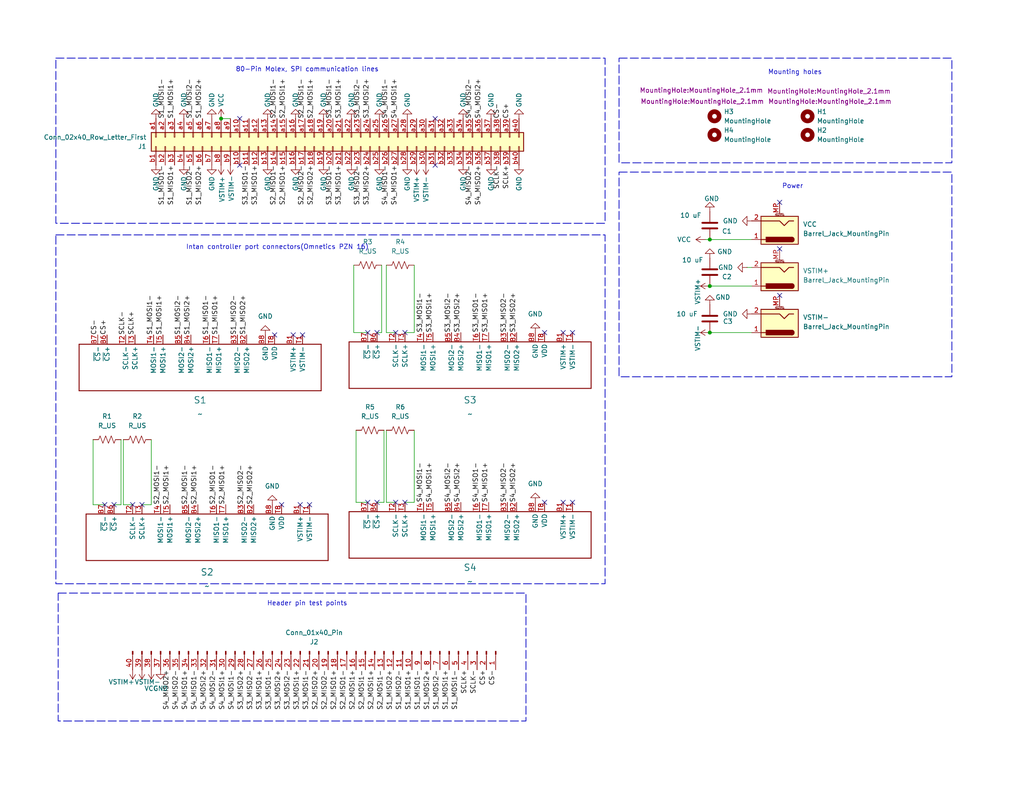
<source format=kicad_sch>
(kicad_sch (version 20250114) (generator "eeschema") (generator_version "9.0")
  (paper "USLetter")
  (title_block (title "Iris-128B-Adapter") (date "2024-04-12") (rev "1.0.0") (company "Deku Lab"))
  (lib_symbols
    (symbol "Connector:Barrel_Jack_MountingPin" (pin_names (hide yes))
      (property "Reference" "J" (at 0 5.334 0))
      (property "Value" "Barrel_Jack_MountingPin" (at 1.27 -6.35 0))
      (symbol "Barrel_Jack_MountingPin_1_1"
        (text "Mounting" (at 0 -4.191 0) (effects (font (size 0.381 0.381))))
        (pin passive line (at 0 -7.62 90) (length 3.048) (name "MountPin") (number "MP"))
        (pin passive line (at 7.62 2.54 180) (length 2.54) (name "~") (number "1"))
        (pin passive line (at 7.62 -2.54 180) (length 2.54) (name "~") (number "2"))
      )
    )
    (symbol "Connector:Conn_01x40_Pin" (pin_names (offset 1.016) (hide yes))
      (property "Reference" "J" (at 0 50.8 0))
      (property "Value" "Conn_01x40_Pin" (at 0 -53.34 0))
      (symbol "Conn_01x40_Pin_1_1"
        (pin passive line (at 5.08 48.26 180) (length 3.81) (name "Pin_1") (number "1"))
        (pin passive line (at 5.08 45.72 180) (length 3.81) (name "Pin_2") (number "2"))
        (pin passive line (at 5.08 43.18 180) (length 3.81) (name "Pin_3") (number "3"))
        (pin passive line (at 5.08 40.64 180) (length 3.81) (name "Pin_4") (number "4"))
        (pin passive line (at 5.08 38.1 180) (length 3.81) (name "Pin_5") (number "5"))
        (pin passive line (at 5.08 35.56 180) (length 3.81) (name "Pin_6") (number "6"))
        (pin passive line (at 5.08 33.02 180) (length 3.81) (name "Pin_7") (number "7"))
        (pin passive line (at 5.08 30.48 180) (length 3.81) (name "Pin_8") (number "8"))
        (pin passive line (at 5.08 27.94 180) (length 3.81) (name "Pin_9") (number "9"))
        (pin passive line (at 5.08 25.4 180) (length 3.81) (name "Pin_10") (number "10"))
        (pin passive line (at 5.08 22.86 180) (length 3.81) (name "Pin_11") (number "11"))
        (pin passive line (at 5.08 20.32 180) (length 3.81) (name "Pin_12") (number "12"))
        (pin passive line (at 5.08 17.78 180) (length 3.81) (name "Pin_13") (number "13"))
        (pin passive line (at 5.08 15.24 180) (length 3.81) (name "Pin_14") (number "14"))
        (pin passive line (at 5.08 12.7 180) (length 3.81) (name "Pin_15") (number "15"))
        (pin passive line (at 5.08 10.16 180) (length 3.81) (name "Pin_16") (number "16"))
        (pin passive line (at 5.08 7.62 180) (length 3.81) (name "Pin_17") (number "17"))
        (pin passive line (at 5.08 5.08 180) (length 3.81) (name "Pin_18") (number "18"))
        (pin passive line (at 5.08 2.54 180) (length 3.81) (name "Pin_19") (number "19"))
        (pin passive line (at 5.08 0 180) (length 3.81) (name "Pin_20") (number "20"))
        (pin passive line (at 5.08 -2.54 180) (length 3.81) (name "Pin_21") (number "21"))
        (pin passive line (at 5.08 -5.08 180) (length 3.81) (name "Pin_22") (number "22"))
        (pin passive line (at 5.08 -7.62 180) (length 3.81) (name "Pin_23") (number "23"))
        (pin passive line (at 5.08 -10.16 180) (length 3.81) (name "Pin_24") (number "24"))
        (pin passive line (at 5.08 -12.7 180) (length 3.81) (name "Pin_25") (number "25"))
        (pin passive line (at 5.08 -15.24 180) (length 3.81) (name "Pin_26") (number "26"))
        (pin passive line (at 5.08 -17.78 180) (length 3.81) (name "Pin_27") (number "27"))
        (pin passive line (at 5.08 -20.32 180) (length 3.81) (name "Pin_28") (number "28"))
        (pin passive line (at 5.08 -22.86 180) (length 3.81) (name "Pin_29") (number "29"))
        (pin passive line (at 5.08 -25.4 180) (length 3.81) (name "Pin_30") (number "30"))
        (pin passive line (at 5.08 -27.94 180) (length 3.81) (name "Pin_31") (number "31"))
        (pin passive line (at 5.08 -30.48 180) (length 3.81) (name "Pin_32") (number "32"))
        (pin passive line (at 5.08 -33.02 180) (length 3.81) (name "Pin_33") (number "33"))
        (pin passive line (at 5.08 -35.56 180) (length 3.81) (name "Pin_34") (number "34"))
        (pin passive line (at 5.08 -38.1 180) (length 3.81) (name "Pin_35") (number "35"))
        (pin passive line (at 5.08 -40.64 180) (length 3.81) (name "Pin_36") (number "36"))
        (pin passive line (at 5.08 -43.18 180) (length 3.81) (name "Pin_37") (number "37"))
        (pin passive line (at 5.08 -45.72 180) (length 3.81) (name "Pin_38") (number "38"))
        (pin passive line (at 5.08 -48.26 180) (length 3.81) (name "Pin_39") (number "39"))
        (pin passive line (at 5.08 -50.8 180) (length 3.81) (name "Pin_40") (number "40"))
      )
    )
    (symbol "Connector_Generic:Conn_02x40_Row_Letter_First" (pin_names (offset 1.016) (hide yes))
      (property "Reference" "J" (at 1.27 50.8 0))
      (property "Value" "Conn_02x40_Row_Letter_First" (at 1.27 -53.34 0))
      (symbol "Conn_02x40_Row_Letter_First_1_1"
        (pin passive line (at -5.08 48.26 0) (length 3.81) (name "Pin_a1") (number "a1"))
        (pin passive line (at -5.08 45.72 0) (length 3.81) (name "Pin_a2") (number "a2"))
        (pin passive line (at -5.08 43.18 0) (length 3.81) (name "Pin_a3") (number "a3"))
        (pin passive line (at -5.08 40.64 0) (length 3.81) (name "Pin_a4") (number "a4"))
        (pin passive line (at -5.08 38.1 0) (length 3.81) (name "Pin_a5") (number "a5"))
        (pin passive line (at -5.08 35.56 0) (length 3.81) (name "Pin_a6") (number "a6"))
        (pin passive line (at -5.08 33.02 0) (length 3.81) (name "Pin_a7") (number "a7"))
        (pin passive line (at -5.08 30.48 0) (length 3.81) (name "Pin_a8") (number "a8"))
        (pin passive line (at -5.08 27.94 0) (length 3.81) (name "Pin_a9") (number "a9"))
        (pin passive line (at -5.08 25.4 0) (length 3.81) (name "Pin_a10") (number "a10"))
        (pin passive line (at -5.08 22.86 0) (length 3.81) (name "Pin_a11") (number "a11"))
        (pin passive line (at -5.08 20.32 0) (length 3.81) (name "Pin_a12") (number "a12"))
        (pin passive line (at -5.08 17.78 0) (length 3.81) (name "Pin_a13") (number "a13"))
        (pin passive line (at -5.08 15.24 0) (length 3.81) (name "Pin_a14") (number "a14"))
        (pin passive line (at -5.08 12.7 0) (length 3.81) (name "Pin_a15") (number "a15"))
        (pin passive line (at -5.08 10.16 0) (length 3.81) (name "Pin_a16") (number "a16"))
        (pin passive line (at -5.08 7.62 0) (length 3.81) (name "Pin_a17") (number "a17"))
        (pin passive line (at -5.08 5.08 0) (length 3.81) (name "Pin_a18") (number "a18"))
        (pin passive line (at -5.08 2.54 0) (length 3.81) (name "Pin_a19") (number "a19"))
        (pin passive line (at -5.08 0 0) (length 3.81) (name "Pin_a20") (number "a20"))
        (pin passive line (at -5.08 -2.54 0) (length 3.81) (name "Pin_a21") (number "a21"))
        (pin passive line (at -5.08 -5.08 0) (length 3.81) (name "Pin_a22") (number "a22"))
        (pin passive line (at -5.08 -7.62 0) (length 3.81) (name "Pin_a23") (number "a23"))
        (pin passive line (at -5.08 -10.16 0) (length 3.81) (name "Pin_a24") (number "a24"))
        (pin passive line (at -5.08 -12.7 0) (length 3.81) (name "Pin_a25") (number "a25"))
        (pin passive line (at -5.08 -15.24 0) (length 3.81) (name "Pin_a26") (number "a26"))
        (pin passive line (at -5.08 -17.78 0) (length 3.81) (name "Pin_a27") (number "a27"))
        (pin passive line (at -5.08 -20.32 0) (length 3.81) (name "Pin_a28") (number "a28"))
        (pin passive line (at -5.08 -22.86 0) (length 3.81) (name "Pin_a29") (number "a29"))
        (pin passive line (at -5.08 -25.4 0) (length 3.81) (name "Pin_a30") (number "a30"))
        (pin passive line (at -5.08 -27.94 0) (length 3.81) (name "Pin_a31") (number "a31"))
        (pin passive line (at -5.08 -30.48 0) (length 3.81) (name "Pin_a32") (number "a32"))
        (pin passive line (at -5.08 -33.02 0) (length 3.81) (name "Pin_a33") (number "a33"))
        (pin passive line (at -5.08 -35.56 0) (length 3.81) (name "Pin_a34") (number "a34"))
        (pin passive line (at -5.08 -38.1 0) (length 3.81) (name "Pin_a35") (number "a35"))
        (pin passive line (at -5.08 -40.64 0) (length 3.81) (name "Pin_a36") (number "a36"))
        (pin passive line (at -5.08 -43.18 0) (length 3.81) (name "Pin_a37") (number "a37"))
        (pin passive line (at -5.08 -45.72 0) (length 3.81) (name "Pin_a38") (number "a38"))
        (pin passive line (at -5.08 -48.26 0) (length 3.81) (name "Pin_a39") (number "a39"))
        (pin passive line (at -5.08 -50.8 0) (length 3.81) (name "Pin_a40") (number "a40"))
        (pin passive line (at 7.62 48.26 180) (length 3.81) (name "Pin_b1") (number "b1"))
        (pin passive line (at 7.62 45.72 180) (length 3.81) (name "Pin_b2") (number "b2"))
        (pin passive line (at 7.62 43.18 180) (length 3.81) (name "Pin_b3") (number "b3"))
        (pin passive line (at 7.62 40.64 180) (length 3.81) (name "Pin_b4") (number "b4"))
        (pin passive line (at 7.62 38.1 180) (length 3.81) (name "Pin_b5") (number "b5"))
        (pin passive line (at 7.62 35.56 180) (length 3.81) (name "Pin_b6") (number "b6"))
        (pin passive line (at 7.62 33.02 180) (length 3.81) (name "Pin_b7") (number "b7"))
        (pin passive line (at 7.62 30.48 180) (length 3.81) (name "Pin_b8") (number "b8"))
        (pin passive line (at 7.62 27.94 180) (length 3.81) (name "Pin_b9") (number "b9"))
        (pin passive line (at 7.62 25.4 180) (length 3.81) (name "Pin_b10") (number "b10"))
        (pin passive line (at 7.62 22.86 180) (length 3.81) (name "Pin_b11") (number "b11"))
        (pin passive line (at 7.62 20.32 180) (length 3.81) (name "Pin_b12") (number "b12"))
        (pin passive line (at 7.62 17.78 180) (length 3.81) (name "Pin_b13") (number "b13"))
        (pin passive line (at 7.62 15.24 180) (length 3.81) (name "Pin_b14") (number "b14"))
        (pin passive line (at 7.62 12.7 180) (length 3.81) (name "Pin_b15") (number "b15"))
        (pin passive line (at 7.62 10.16 180) (length 3.81) (name "Pin_b16") (number "b16"))
        (pin passive line (at 7.62 7.62 180) (length 3.81) (name "Pin_b17") (number "b17"))
        (pin passive line (at 7.62 5.08 180) (length 3.81) (name "Pin_b18") (number "b18"))
        (pin passive line (at 7.62 2.54 180) (length 3.81) (name "Pin_b19") (number "b19"))
        (pin passive line (at 7.62 0 180) (length 3.81) (name "Pin_b20") (number "b20"))
        (pin passive line (at 7.62 -2.54 180) (length 3.81) (name "Pin_b21") (number "b21"))
        (pin passive line (at 7.62 -5.08 180) (length 3.81) (name "Pin_b22") (number "b22"))
        (pin passive line (at 7.62 -7.62 180) (length 3.81) (name "Pin_b23") (number "b23"))
        (pin passive line (at 7.62 -10.16 180) (length 3.81) (name "Pin_b24") (number "b24"))
        (pin passive line (at 7.62 -12.7 180) (length 3.81) (name "Pin_b25") (number "b25"))
        (pin passive line (at 7.62 -15.24 180) (length 3.81) (name "Pin_b26") (number "b26"))
        (pin passive line (at 7.62 -17.78 180) (length 3.81) (name "Pin_b27") (number "b27"))
        (pin passive line (at 7.62 -20.32 180) (length 3.81) (name "Pin_b28") (number "b28"))
        (pin passive line (at 7.62 -22.86 180) (length 3.81) (name "Pin_b29") (number "b29"))
        (pin passive line (at 7.62 -25.4 180) (length 3.81) (name "Pin_b30") (number "b30"))
        (pin passive line (at 7.62 -27.94 180) (length 3.81) (name "Pin_b31") (number "b31"))
        (pin passive line (at 7.62 -30.48 180) (length 3.81) (name "Pin_b32") (number "b32"))
        (pin passive line (at 7.62 -33.02 180) (length 3.81) (name "Pin_b33") (number "b33"))
        (pin passive line (at 7.62 -35.56 180) (length 3.81) (name "Pin_b34") (number "b34"))
        (pin passive line (at 7.62 -38.1 180) (length 3.81) (name "Pin_b35") (number "b35"))
        (pin passive line (at 7.62 -40.64 180) (length 3.81) (name "Pin_b36") (number "b36"))
        (pin passive line (at 7.62 -43.18 180) (length 3.81) (name "Pin_b37") (number "b37"))
        (pin passive line (at 7.62 -45.72 180) (length 3.81) (name "Pin_b38") (number "b38"))
        (pin passive line (at 7.62 -48.26 180) (length 3.81) (name "Pin_b39") (number "b39"))
        (pin passive line (at 7.62 -50.8 180) (length 3.81) (name "Pin_b40") (number "b40"))
      )
    )
    (symbol "Device:C" (pin_numbers (hide yes)) (pin_names (offset 0.254))
      (property "Reference" "C" (at 0.635 2.54 0))
      (property "Value" "C" (at 0.635 -2.54 0))
      (symbol "C_1_1"
        (pin passive line (at 0 3.81 270) (length 2.794) (name "~") (number "1"))
        (pin passive line (at 0 -3.81 90) (length 2.794) (name "~") (number "2"))
      )
    )
    (symbol "Device:R_US" (pin_numbers (hide yes)) (pin_names (offset 0))
      (property "Reference" "R" (at 2.54 0 90))
      (property "Value" "R_US" (at -2.54 0 90))
      (symbol "R_US_1_1"
        (pin passive line (at 0 3.81 270) (length 1.27) (name "~") (number "1"))
        (pin passive line (at 0 -3.81 90) (length 1.27) (name "~") (number "2"))
      )
    )
    (symbol "Mechanical:MountingHole" (pin_names (offset 1.016)) (exclude_from_sim yes) (in_bom no)
      (property "Reference" "H" (at 0 5.08 0))
      (property "Value" "MountingHole" (at 0 3.175 0))
    )
    (symbol "power:GND" (power) (pin_numbers (hide yes)) (pin_names (offset 0) (hide yes))
      (property "Value" "GND" (at 0 -3.81 0))
      (symbol "GND_1_1"
        (pin power_in line (at 0 0 270) (length 0) (name "~") (number "1"))
      )
    )
    (symbol "power:VCC" (power) (pin_numbers (hide yes)) (pin_names (offset 0) (hide yes))
      (property "Value" "VCC" (at 0 3.556 0))
      (symbol "VCC_1_1"
        (pin power_in line (at 0 0 90) (length 0) (name "~") (number "1"))
      )
    )
    (symbol "symbol-lib:RHS2000-CABLE-CHIP-SIDE"
      (property "Reference" "S1" (at 0 -10.16 0))
      (property "Value" "~" (at 0 -12.7 0))
      (symbol "RHS2000-CABLE-CHIP-SIDE_1_0"
        (pin bidirectional line (at -27.94 7.62 270) (length 2.54) (name "~{CS}-") (number "B7"))
        (pin bidirectional line (at -25.4 7.62 270) (length 2.54) (name "~{CS}+") (number "B6"))
        (pin bidirectional line (at -20.32 7.62 270) (length 2.54) (name "SCLK-") (number "T2"))
        (pin bidirectional line (at -17.78 7.62 270) (length 2.54) (name "SCLK+") (number "T3"))
        (pin bidirectional line (at -12.7 7.62 270) (length 2.54) (name "MOSI1-") (number "T4"))
        (pin bidirectional line (at -10.16 7.62 270) (length 2.54) (name "MOSI1+") (number "T5"))
        (pin bidirectional line (at -5.08 7.62 270) (length 2.54) (name "MOSI2-") (number "B5"))
        (pin bidirectional line (at -2.54 7.62 270) (length 2.54) (name "MOSI2+") (number "B4"))
        (pin bidirectional line (at 2.54 7.62 270) (length 2.54) (name "MISO1-") (number "T6"))
        (pin bidirectional line (at 5.08 7.62 270) (length 2.54) (name "MISO1+") (number "T7"))
        (pin bidirectional line (at 10.16 7.62 270) (length 2.54) (name "MISO2-") (number "B3"))
        (pin bidirectional line (at 12.7 7.62 270) (length 2.54) (name "MISO2+") (number "B2"))
        (pin power_in line (at 17.78 7.62 270) (length 2.54) (name "GND") (number "B8"))
        (pin bidirectional line (at 20.32 7.62 270) (length 2.54) (name "VDD") (number "T8"))
        (pin power_in line (at 25.4 7.62 270) (length 2.54) (name "VSTIM+") (number "B1"))
        (pin power_in line (at 27.94 7.62 270) (length 2.54) (name "VSTIM-") (number "T1"))
      )
    )
  )
  (rectangle (start 168.91 15.875) (end 259.715 44.45) (stroke (width 0.2032) (type dash)))
  (rectangle (start 168.91 46.99) (end 259.715 102.87) (stroke (width 0.2032) (type dash)))
  (rectangle (start 15.875 161.925) (end 143.51 196.85) (stroke (width 0.2032) (type dash)))
  (rectangle (start 15.24 64.135) (end 165.1 159.385) (stroke (width 0.2032) (type dash)))
  (rectangle (start 15.24 15.875) (end 165.1 60.96) (stroke (width 0.2032) (type dash)))
  (text "Header pin test points" (at 83.82 164.846 0) (effects (font (size 1.27 1.27))))
  (text "Mounting holes" (at 216.916 19.812 0) (effects (font (size 1.27 1.27))))
  (text "Power" (at 216.281 50.927 0) (effects (font (size 1.27 1.27))))
  (text "Intan controller port connectors(Omnetics PZN 16)" (at 75.692 67.564 0) (effects (font (size 1.27 1.27))))
  (text "80-Pin Molex, SPI communication lines" (at 83.82 19.05 0) (effects (font (size 1.27 1.27))))
  (junction (at 60.325 32.385))
  (junction (at 193.675 90.805))
  (junction (at 193.675 78.105))
  (junction (at 193.675 65.405))
  (no_connect (at 107.95 137.16))
  (no_connect (at 107.95 90.805))
  (no_connect (at 36.195 137.795))
  (no_connect (at 102.87 137.16))
  (no_connect (at 118.745 45.085))
  (no_connect (at 65.405 45.085))
  (no_connect (at 148.59 90.805))
  (no_connect (at 84.455 137.795))
  (no_connect (at 31.115 137.795))
  (no_connect (at 156.21 137.16))
  (no_connect (at 212.725 67.945))
  (no_connect (at 153.67 137.16))
  (no_connect (at 74.93 91.44))
  (no_connect (at 28.575 137.795))
  (no_connect (at 81.915 137.795))
  (no_connect (at 212.725 55.245))
  (no_connect (at 82.55 91.44))
  (no_connect (at 102.87 90.805))
  (no_connect (at 80.01 91.44))
  (no_connect (at 76.835 137.795))
  (no_connect (at 100.33 90.805))
  (no_connect (at 38.735 137.795))
  (no_connect (at 153.67 90.805))
  (no_connect (at 65.405 32.385))
  (no_connect (at 110.49 90.805))
  (no_connect (at 212.725 80.645))
  (no_connect (at 156.21 90.805))
  (no_connect (at 110.49 137.16))
  (no_connect (at 118.745 32.385))
  (no_connect (at 100.33 137.16))
  (no_connect (at 148.59 137.16))
  (wire (pts (xy 33.655 137.795) (xy 36.195 137.795)))
  (wire (pts (xy 25.4 120.015) (xy 25.4 137.795)))
  (wire (pts (xy 41.275 120.015) (xy 41.275 137.795)))
  (wire (pts (xy 104.775 117.475) (xy 104.775 137.16)))
  (wire (pts (xy 113.03 90.805) (xy 110.49 90.805)))
  (wire (pts (xy 105.41 72.39) (xy 105.41 90.805)))
  (wire (pts (xy 104.14 90.805) (xy 102.87 90.805)))
  (wire (pts (xy 97.155 137.16) (xy 100.33 137.16)))
  (wire (pts (xy 105.41 117.475) (xy 105.41 137.16)))
  (wire (pts (xy 96.52 90.805) (xy 100.33 90.805)))
  (wire (pts (xy 192.405 65.405) (xy 193.675 65.405)))
  (wire (pts (xy 113.03 117.475) (xy 113.03 137.16)))
  (wire (pts (xy 33.02 120.015) (xy 33.02 137.795)))
  (wire (pts (xy 104.775 137.16) (xy 102.87 137.16)))
  (wire (pts (xy 25.4 137.795) (xy 28.575 137.795)))
  (wire (pts (xy 113.03 137.16) (xy 110.49 137.16)))
  (wire (pts (xy 60.325 32.385) (xy 62.865 32.385)))
  (wire (pts (xy 33.02 137.795) (xy 31.115 137.795)))
  (wire (pts (xy 113.03 72.39) (xy 113.03 90.805)))
  (wire (pts (xy 96.52 72.39) (xy 96.52 90.805)))
  (wire (pts (xy 203.835 73.025) (xy 205.105 73.025)))
  (wire (pts (xy 193.675 78.105) (xy 205.105 78.105)))
  (wire (pts (xy 193.675 90.805) (xy 205.105 90.805)))
  (wire (pts (xy 33.655 120.015) (xy 33.655 137.795)))
  (wire (pts (xy 193.675 65.405) (xy 205.105 65.405)))
  (wire (pts (xy 104.14 72.39) (xy 104.14 90.805)))
  (wire (pts (xy 105.41 137.16) (xy 107.95 137.16)))
  (wire (pts (xy 105.41 90.805) (xy 107.95 90.805)))
  (wire (pts (xy 97.155 117.475) (xy 97.155 137.16)))
  (wire (pts (xy 41.275 137.795) (xy 38.735 137.795)))
  (label "S3_MOSI1+" (at 81.915 182.88 270))
  (label "S3_MISO1-" (at 90.805 45.085 270))
  (label "S4_MISO1+" (at 108.585 45.085 270))
  (label "S2_MISO1+" (at 92.075 182.88 270))
  (label "S4_MOSI2+" (at 56.515 182.88 270))
  (label "CS+" (at 132.715 182.88 270))
  (label "S4_MOSI2-" (at 59.055 182.88 270))
  (label "S2_MOSI1+" (at 78.105 32.385 90))
  (label "S1_MISO2+" (at 107.315 182.88 270))
  (label "S1_MOSI1-" (at 125.095 182.88 270))
  (label "S2_MISO2+" (at 69.215 137.795 90))
  (label "S1_MOSI2+" (at 117.475 182.88 270))
  (label "S4_MISO2+" (at 140.97 137.16 90))
  (label "S4_MISO2+" (at 131.445 45.085 270))
  (label "S2_MOSI1+" (at 102.235 182.88 270))
  (label "S2_MOSI1-" (at 43.815 137.795 90))
  (label "S2_MOSI1+" (at 97.155 182.88 270))
  (label "S3_MOSI2+" (at 100.965 32.385 90))
  (label "SCLK+" (at 127.635 182.88 270))
  (label "S4_MOSI1-" (at 64.135 182.88 270))
  (label "S3_MISO2+" (at 140.97 90.805 90))
  (label "S1_MISO1+" (at 112.395 182.88 270))
  (label "S4_MOSI2+" (at 131.445 32.385 90))
  (label "CS+" (at 29.21 91.44 90))
  (label "S3_MOSI2-" (at 123.19 90.805 90))
  (label "S1_MISO2-" (at 109.855 182.88 270))
  (label "S4_MOSI1+" (at 108.585 32.385 90))
  (label "S3_MISO2-" (at 98.425 45.085 270))
  (label "S1_MOSI1+" (at 44.45 91.44 90))
  (label "S1_MOSI1+" (at 47.625 32.385 90))
  (label "S2_MOSI1-" (at 75.565 32.385 90))
  (label "S3_MISO2+" (at 66.675 182.88 270))
  (label "S1_MOSI2-" (at 52.705 32.385 90))
  (label "S2_MOSI1-" (at 104.775 182.88 270))
  (label "SCLK-" (at 136.525 45.085 270))
  (label "CS-" (at 26.67 91.44 90))
  (label "S1_MISO2+" (at 55.245 45.085 270))
  (label "S4_MOSI2-" (at 123.19 137.16 90))
  (label "S3_MISO1-" (at 74.295 182.88 270))
  (label "S4_MISO1-" (at 53.975 182.88 270))
  (label "CS-" (at 135.255 182.88 270))
  (label "S4_MISO1-" (at 106.045 45.085 270))
  (label "S3_MOSI2+" (at 76.835 182.88 270))
  (label "S2_MISO1-" (at 94.615 182.88 270))
  (label "S3_MOSI1-" (at 90.805 32.385 90))
  (label "S2_MOSI1-" (at 83.185 32.385 90))
  (label "S1_MOSI1-" (at 45.085 32.385 90))
  (label "S1_MISO2-" (at 64.77 91.44 90))
  (label "S1_MOSI2+" (at 55.245 32.385 90))
  (label "S3_MISO1+" (at 93.345 45.085 270))
  (label "S3_MISO1+" (at 70.485 45.085 270))
  (label "S2_MISO2-" (at 83.185 45.085 270))
  (label "S1_MOSI1-" (at 41.91 91.44 90))
  (label "S1_MISO1+" (at 47.625 45.085 270))
  (label "S4_MISO2+" (at 46.355 182.88 270))
  (label "S1_MOSI2-" (at 120.015 182.88 270))
  (label "S4_MOSI2-" (at 128.905 32.385 90))
  (label "S2_MOSI1+" (at 53.975 137.795 90))
  (label "S4_MISO2-" (at 128.905 45.085 270))
  (label "S4_MOSI1+" (at 118.11 137.16 90))
  (label "S3_MOSI2-" (at 98.425 32.385 90))
  (label "SCLK-" (at 34.29 91.44 90))
  (label "S3_MOSI2-" (at 79.375 182.88 270))
  (label "S4_MOSI1-" (at 106.045 32.385 90))
  (label "S4_MISO2-" (at 138.43 137.16 90))
  (label "S3_MOSI1-" (at 84.455 182.88 270))
  (label "SCLK+" (at 139.065 45.085 270))
  (label "S4_MISO1-" (at 130.81 137.16 90))
  (label "CS+" (at 139.065 32.385 90))
  (label "S3_MISO1-" (at 67.945 45.085 270))
  (label "S2_MISO2-" (at 66.675 137.795 90))
  (label "S2_MOSI1+" (at 85.725 32.385 90))
  (label "S3_MISO2+" (at 100.965 45.085 270))
  (label "S2_MOSI1-" (at 99.695 182.88 270))
  (label "S2_MOSI1+" (at 46.355 137.795 90))
  (label "S3_MOSI1+" (at 93.345 32.385 90))
  (label "S4_MISO1+" (at 51.435 182.88 270))
  (label "S2_MISO2+" (at 86.995 182.88 270))
  (label "S4_MOSI1-" (at 115.57 137.16 90))
  (label "S3_MISO1+" (at 71.755 182.88 270))
  (label "S4_MISO2-" (at 48.895 182.88 270))
  (label "S4_MOSI1+" (at 61.595 182.88 270))
  (label "S2_MOSI1-" (at 51.435 137.795 90))
  (label "S1_MISO2-" (at 52.705 45.085 270))
  (label "S2_MISO1-" (at 75.565 45.085 270))
  (label "S3_MOSI1-" (at 115.57 90.805 90))
  (label "S3_MOSI2+" (at 125.73 90.805 90))
  (label "S1_MOSI2-" (at 49.53 91.44 90))
  (label "SCLK-" (at 130.175 182.88 270))
  (label "S2_MISO2+" (at 85.725 45.085 270))
  (label "S3_MISO1-" (at 130.81 90.805 90))
  (label "S1_MISO1-" (at 45.085 45.085 270))
  (label "S1_MOSI2+" (at 52.07 91.44 90))
  (label "S3_MISO2-" (at 69.215 182.88 270))
  (label "CS-" (at 136.525 32.385 90))
  (label "S4_MOSI2+" (at 125.73 137.16 90))
  (label "S1_MISO1-" (at 114.935 182.88 270))
  (label "S3_MOSI1+" (at 118.11 90.805 90))
  (label "S3_MISO2-" (at 138.43 90.805 90))
  (label "S3_MISO1+" (at 133.35 90.805 90))
  (label "S4_MISO1+" (at 133.35 137.16 90))
  (label "S1_MOSI1+" (at 122.555 182.88 270))
  (label "S2_MISO1+" (at 61.595 137.795 90))
  (label "S2_MISO1-" (at 59.055 137.795 90))
  (label "S1_MISO1+" (at 59.69 91.44 90))
  (label "S1_MISO2+" (at 67.31 91.44 90))
  (label "S2_MISO1+" (at 78.105 45.085 270))
  (label "S1_MISO1-" (at 57.15 91.44 90))
  (label "S2_MISO2-" (at 89.535 182.88 270))
  (label "SCLK+" (at 36.83 91.44 90))
  (symbol (lib_id "power:GND") (at 72.39 91.44 180) (unit 1)
    (property "Reference" "#PWR01" (effects (hide yes)))
    (property "Value" "GND" (at 72.39 86.36 0))
    (property "Description" "Power symbol creates a global label with name \"GND\" , ground" (effects (hide yes)))
  )
  (symbol (lib_id "Connector:Conn_01x40_Pin") (at 86.995 177.8 270) (unit 1)
    (property "Reference" "J2" (at 85.725 175.26 90))
    (property "Value" "Conn_01x40_Pin" (at 85.725 172.72 90))
    (property "Footprint" "Connector_PinHeader_2.54mm:PinHeader_2x20_P2.54mm_Vertical" (effects (hide yes)))
    (property "Description" "Generic connector, single row, 01x40, script generated" (effects (hide yes)))
  )
  (symbol (lib_id "power:GND") (at 103.505 32.385 180) (unit 1)
    (property "Reference" "#PWR019" (effects (hide yes)))
    (property "Value" "GND" (at 103.505 27.305 90))
    (property "Description" "Power symbol creates a global label with name \"GND\" , ground" (effects (hide yes)))
  )
  (symbol (lib_id "power:GND") (at 146.05 90.805 180) (unit 1)
    (property "Reference" "#PWR031" (effects (hide yes)))
    (property "Value" "GND" (at 146.05 85.725 0))
    (property "Description" "Power symbol creates a global label with name \"GND\" , ground" (effects (hide yes)))
  )
  (symbol (lib_id "Device:R_US") (at 100.33 72.39 90) (unit 1)
    (property "Reference" "R3" (at 100.33 66.04 90))
    (property "Value" "R_US" (at 100.33 68.58 90))
    (property "Footprint" "Resistor_SMD:R_0201_0603Metric" (effects (hide yes)))
    (property "Description" "Resistor, US symbol" (effects (hide yes)))
  )
  (symbol (lib_id "Device:C") (at 193.675 74.295 180) (unit 1)
    (property "Reference" "C2" (at 196.977 75.565 0) (effects (justify right)))
    (property "Value" "10 uF" (at 186.055 70.993 0) (effects (justify right)))
    (property "Footprint" "Capacitor_SMD:C_0201_0603Metric" (effects (hide yes)))
    (property "Description" "Unpolarized capacitor" (effects (hide yes)))
  )
  (symbol (lib_id "power:GND") (at 111.125 32.385 180) (unit 1)
    (property "Reference" "#PWR021" (effects (hide yes)))
    (property "Value" "GND" (at 111.125 27.305 90))
    (property "Description" "Power symbol creates a global label with name \"GND\" , ground" (effects (hide yes)))
  )
  (symbol (lib_id "power:GND") (at 73.025 32.385 180) (unit 1)
    (property "Reference" "#PWR09" (effects (hide yes)))
    (property "Value" "GND" (at 73.025 27.305 90))
    (property "Description" "Power symbol creates a global label with name \"GND\" , ground" (effects (hide yes)))
  )
  (symbol (lib_id "power:GND") (at 42.545 45.085 0) (unit 1)
    (property "Reference" "#PWR04" (effects (hide yes)))
    (property "Value" "GND" (at 42.545 50.165 90))
    (property "Description" "Power symbol creates a global label with name \"GND\" , ground" (effects (hide yes)))
  )
  (symbol (lib_id "Device:R_US") (at 29.21 120.015 90) (unit 1)
    (property "Reference" "R1" (at 29.21 113.665 90))
    (property "Value" "R_US" (at 29.21 116.205 90))
    (property "Footprint" "Resistor_SMD:R_0201_0603Metric" (effects (hide yes)))
    (property "Description" "Resistor, US symbol" (effects (hide yes)))
  )
  (symbol (lib_id "Connector:Barrel_Jack_MountingPin") (at 212.725 62.865 180) (unit 1)
    (property "Reference" "VCC" (at 219.075 61.2393 0) (effects (justify right)))
    (property "Value" "Barrel_Jack_MountingPin" (at 219.075 63.7793 0) (effects (justify right)))
    (property "Footprint" "Connector_BarrelJack:BarrelJack_CUI_PJ-063AH_Horizontal" (effects (hide yes)))
    (property "Description" "DC Barrel Jack with a mounting pin" (effects (hide yes)))
  )
  (symbol (lib_id "power:GND") (at 133.985 45.085 0) (unit 1)
    (property "Reference" "#PWR026" (effects (hide yes)))
    (property "Value" "GND" (at 133.985 50.165 90))
    (property "Description" "Power symbol creates a global label with name \"GND\" , ground" (effects (hide yes)))
  )
  (symbol (lib_id "power:GND") (at 141.605 45.085 0) (unit 1)
    (property "Reference" "#PWR030" (effects (hide yes)))
    (property "Value" "GND" (at 141.605 50.165 90))
    (property "Description" "Power symbol creates a global label with name \"GND\" , ground" (effects (hide yes)))
  )
  (symbol (lib_id "power:GND") (at 95.885 32.385 180) (unit 1)
    (property "Reference" "#PWR017" (effects (hide yes)))
    (property "Value" "GND" (at 95.885 27.305 90))
    (property "Description" "Power symbol creates a global label with name \"GND\" , ground" (effects (hide yes)))
  )
  (symbol (lib_id "power:GND") (at 193.675 70.485 180) (unit 1)
    (property "Reference" "#PWR040" (effects (hide yes)))
    (property "Value" "GND" (at 197.739 68.707 0))
    (property "Description" "Power symbol creates a global label with name \"GND\" , ground" (effects (hide yes)))
  )
  (symbol (lib_id "Mechanical:MountingHole") (at 220.345 36.83 0) (unit 1) (exclude_from_sim yes) (in_bom no)
    (property "Reference" "H2" (at 222.885 35.5599 0) (effects (justify left)))
    (property "Value" "MountingHole" (at 222.885 38.0999 0) (effects (justify left)))
    (property "Footprint" "MountingHole:MountingHole_2.1mm" (at 226.187 24.892 0))
    (property "Description" "Mounting Hole without connection" (effects (hide yes)))
  )
  (symbol (lib_id "power:GND") (at 111.125 45.085 0) (unit 1)
    (property "Reference" "#PWR022" (effects (hide yes)))
    (property "Value" "GND" (at 111.125 50.165 90))
    (property "Description" "Power symbol creates a global label with name \"GND\" , ground" (effects (hide yes)))
  )
  (symbol (lib_id "power:GND") (at 103.505 45.085 0) (unit 1)
    (property "Reference" "#PWR020" (effects (hide yes)))
    (property "Value" "GND" (at 103.505 50.165 90))
    (property "Description" "Power symbol creates a global label with name \"GND\" , ground" (effects (hide yes)))
  )
  (symbol (lib_id "Device:R_US") (at 100.965 117.475 90) (unit 1)
    (property "Reference" "R5" (at 100.965 111.125 90))
    (property "Value" "R_US" (at 100.965 113.665 90))
    (property "Footprint" "Resistor_SMD:R_0201_0603Metric" (effects (hide yes)))
    (property "Description" "Resistor, US symbol" (effects (hide yes)))
  )
  (symbol (lib_id "Device:R_US") (at 109.22 117.475 90) (unit 1)
    (property "Reference" "R6" (at 109.22 111.125 90))
    (property "Value" "R_US" (at 109.22 113.665 90))
    (property "Footprint" "Resistor_SMD:R_0201_0603Metric" (effects (hide yes)))
    (property "Description" "Resistor, US symbol" (effects (hide yes)))
  )
  (symbol (lib_id "power:GND") (at 43.815 182.88 0) (unit 1)
    (property "Reference" "#PWR027" (effects (hide yes)))
    (property "Value" "GND" (at 43.815 187.96 0))
    (property "Description" "Power symbol creates a global label with name \"GND\" , ground" (effects (hide yes)))
  )
  (symbol (lib_id "power:GND") (at 88.265 32.385 180) (unit 1)
    (property "Reference" "#PWR015" (effects (hide yes)))
    (property "Value" "GND" (at 88.265 27.305 90))
    (property "Description" "Power symbol creates a global label with name \"GND\" , ground" (effects (hide yes)))
  )
  (symbol (lib_id "power:GND") (at 126.365 32.385 180) (unit 1)
    (property "Reference" "#PWR023" (effects (hide yes)))
    (property "Value" "GND" (at 126.365 27.305 90))
    (property "Description" "Power symbol creates a global label with name \"GND\" , ground" (effects (hide yes)))
  )
  (symbol (lib_id "power:GND") (at 205.105 60.325 270) (unit 1)
    (property "Reference" "#PWR033" (effects (hide yes)))
    (property "Value" "GND" (at 201.295 60.3249 90) (effects (justify right)))
    (property "Description" "Power symbol creates a global label with name \"GND\" , ground" (effects (hide yes)))
  )
  (symbol (lib_id "Device:R_US") (at 37.465 120.015 90) (unit 1)
    (property "Reference" "R2" (at 37.465 113.665 90))
    (property "Value" "R_US" (at 37.465 116.205 90))
    (property "Footprint" "Resistor_SMD:R_0201_0603Metric" (effects (hide yes)))
    (property "Description" "Resistor, US symbol" (effects (hide yes)))
  )
  (symbol (lib_id "Connector:Barrel_Jack_MountingPin") (at 212.725 75.565 180) (unit 1)
    (property "Reference" "VSTIM+" (at 219.075 73.9393 0) (effects (justify right)))
    (property "Value" "Barrel_Jack_MountingPin" (at 219.075 76.4793 0) (effects (justify right)))
    (property "Footprint" "Connector_BarrelJack:BarrelJack_CUI_PJ-063AH_Horizontal" (effects (hide yes)))
    (property "Description" "DC Barrel Jack with a mounting pin" (effects (hide yes)))
  )
  (symbol (lib_id "power:GND") (at 126.365 45.085 0) (unit 1)
    (property "Reference" "#PWR024" (effects (hide yes)))
    (property "Value" "GND" (at 126.365 50.165 90))
    (property "Description" "Power symbol creates a global label with name \"GND\" , ground" (effects (hide yes)))
  )
  (symbol (lib_id "power:VCC") (at 41.275 182.88 180) (unit 1)
    (property "Reference" "#PWR028" (effects (hide yes)))
    (property "Value" "VCC" (at 41.275 187.96 0))
    (property "Description" "Power symbol creates a global label with name \"VCC\"" (effects (hide yes)))
  )
  (symbol (lib_id "Connector:Barrel_Jack_MountingPin") (at 212.725 88.265 180) (unit 1)
    (property "Reference" "VSTIM-" (at 219.075 86.6393 0) (effects (justify right)))
    (property "Value" "Barrel_Jack_MountingPin" (at 219.075 89.1793 0) (effects (justify right)))
    (property "Footprint" "Connector_BarrelJack:BarrelJack_CUI_PJ-063AH_Horizontal" (effects (hide yes)))
    (property "Description" "DC Barrel Jack with a mounting pin" (effects (hide yes)))
  )
  (symbol (lib_id "power:GND") (at 146.05 137.16 180) (unit 1)
    (property "Reference" "#PWR035" (effects (hide yes)))
    (property "Value" "GND" (at 146.05 132.08 0))
    (property "Description" "Power symbol creates a global label with name \"GND\" , ground" (effects (hide yes)))
  )
  (symbol (lib_id "power:GND") (at 73.025 45.085 0) (unit 1)
    (property "Reference" "#PWR010" (effects (hide yes)))
    (property "Value" "GND" (at 73.025 50.165 90))
    (property "Description" "Power symbol creates a global label with name \"GND\" , ground" (effects (hide yes)))
  )
  (symbol (lib_id "symbol-lib:RHS2000-CABLE-CHIP-SIDE") (at 128.27 144.78 0) (unit 1)
    (property "Reference" "S4" (at 128.27 154.94 0) (effects (font (size 1.778 1.778))))
    (property "Value" "~" (at 128.27 158.75 0) (effects (font (size 1.778 1.778))))
    (property "Footprint" "RHS2000:OMNETICS_PZN-16-AA" (effects (hide yes)))
    (property "Description" "Omnetics A79633 PZN-16-AA connector for RHS2000 interface (chip side)" (effects (hide yes)))
  )
  (symbol (lib_id "power:VCC") (at 193.675 90.805 90) (unit 1)
    (property "Reference" "#PWR02" (effects (hide yes)))
    (property "Value" "VSTIM-" (at 190.373 92.329 0))
    (property "Description" "Power symbol creates a global label with name \"VCC\"" (effects (hide yes)))
  )
  (symbol (lib_id "power:GND") (at 95.885 45.085 0) (unit 1)
    (property "Reference" "#PWR018" (effects (hide yes)))
    (property "Value" "GND" (at 95.885 50.165 90))
    (property "Description" "Power symbol creates a global label with name \"GND\" , ground" (effects (hide yes)))
  )
  (symbol (lib_id "Device:R_US") (at 109.22 72.39 90) (unit 1)
    (property "Reference" "R4" (at 109.22 66.04 90))
    (property "Value" "R_US" (at 109.22 68.58 90))
    (property "Footprint" "Resistor_SMD:R_0201_0603Metric" (effects (hide yes)))
    (property "Description" "Resistor, US symbol" (effects (hide yes)))
  )
  (symbol (lib_id "Mechanical:MountingHole") (at 220.345 31.75 0) (unit 1) (exclude_from_sim yes) (in_bom no)
    (property "Reference" "H1" (at 222.885 30.4799 0) (effects (justify left)))
    (property "Value" "MountingHole" (at 222.885 33.0199 0) (effects (justify left)))
    (property "Footprint" "MountingHole:MountingHole_2.1mm" (at 226.441 27.686 0))
    (property "Description" "Mounting Hole without connection" (effects (hide yes)))
  )
  (symbol (lib_id "power:VCC") (at 60.325 45.085 180) (unit 1)
    (property "Reference" "#PWR012" (effects (hide yes)))
    (property "Value" "VSTIM+" (at 60.579 51.689 90))
    (property "Description" "Power symbol creates a global label with name \"VCC\"" (effects (hide yes)))
  )
  (symbol (lib_id "power:VCC") (at 38.735 182.88 180) (unit 1)
    (property "Reference" "#PWR037" (effects (hide yes)))
    (property "Value" "VSTIM-" (at 40.259 186.182 0))
    (property "Description" "Power symbol creates a global label with name \"VCC\"" (effects (hide yes)))
  )
  (symbol (lib_id "power:GND") (at 80.645 45.085 0) (unit 1)
    (property "Reference" "#PWR014" (effects (hide yes)))
    (property "Value" "GND" (at 80.645 50.165 90))
    (property "Description" "Power symbol creates a global label with name \"GND\" , ground" (effects (hide yes)))
  )
  (symbol (lib_id "power:GND") (at 88.265 45.085 0) (unit 1)
    (property "Reference" "#PWR016" (effects (hide yes)))
    (property "Value" "GND" (at 88.265 50.165 90))
    (property "Description" "Power symbol creates a global label with name \"GND\" , ground" (effects (hide yes)))
  )
  (symbol (lib_id "Mechanical:MountingHole") (at 194.945 31.75 0) (unit 1) (exclude_from_sim yes) (in_bom no)
    (property "Reference" "H3" (at 197.485 30.4799 0) (effects (justify left)))
    (property "Value" "MountingHole" (at 197.485 33.0199 0) (effects (justify left)))
    (property "Footprint" "MountingHole:MountingHole_2.1mm" (at 191.643 27.686 0))
    (property "Description" "Mounting Hole without connection" (effects (hide yes)))
  )
  (symbol (lib_id "power:VCC") (at 193.675 78.105 90) (unit 1)
    (property "Reference" "#PWR047" (effects (hide yes)))
    (property "Value" "VSTIM+" (at 190.373 79.629 0))
    (property "Description" "Power symbol creates a global label with name \"VCC\"" (effects (hide yes)))
  )
  (symbol (lib_id "power:VCC") (at 36.195 182.88 180) (unit 1)
    (property "Reference" "#PWR038" (effects (hide yes)))
    (property "Value" "VSTIM+" (at 33.147 186.182 0))
    (property "Description" "Power symbol creates a global label with name \"VCC\"" (effects (hide yes)))
  )
  (symbol (lib_id "power:GND") (at 42.545 32.385 180) (unit 1)
    (property "Reference" "#PWR03" (effects (hide yes)))
    (property "Value" "GND" (at 42.545 27.305 90))
    (property "Description" "Power symbol creates a global label with name \"GND\" , ground" (effects (hide yes)))
  )
  (symbol (lib_id "symbol-lib:RHS2000-CABLE-CHIP-SIDE") (at 56.515 145.415 0) (unit 1)
    (property "Reference" "S2" (at 56.515 156.21 0) (effects (font (size 1.778 1.778))))
    (property "Value" "~" (at 56.515 160.02 0) (effects (font (size 1.778 1.778))))
    (property "Footprint" "RHS2000:OMNETICS_PZN-16-AA" (effects (hide yes)))
    (property "Description" "Omnetics A79633 PZN-16-AA connector for RHS2000 interface (chip side)" (effects (hide yes)))
  )
  (symbol (lib_id "symbol-lib:RHS2000-CABLE-CHIP-SIDE") (at 128.27 98.425 0) (unit 1)
    (property "Reference" "S3" (at 128.27 109.22 0) (effects (font (size 1.778 1.778))))
    (property "Value" "~" (at 128.27 113.03 0) (effects (font (size 1.778 1.778))))
    (property "Footprint" "fp-lib:OMNETICS_PZN-16-AA" (effects (hide yes)))
    (property "Description" "Omnetics A79633 PZN-16-AA connector for RHS2000 interface (chip side)" (effects (hide yes)))
  )
  (symbol (lib_id "power:GND") (at 50.165 32.385 180) (unit 1)
    (property "Reference" "#PWR05" (effects (hide yes)))
    (property "Value" "GND" (at 50.165 27.305 90))
    (property "Description" "Power symbol creates a global label with name \"GND\" , ground" (effects (hide yes)))
  )
  (symbol (lib_id "power:VCC") (at 116.205 45.085 180) (unit 1)
    (property "Reference" "#PWR043" (effects (hide yes)))
    (property "Value" "VSTIM-" (at 116.205 51.689 90))
    (property "Description" "Power symbol creates a global label with name \"VCC\"" (effects (hide yes)))
  )
  (symbol (lib_id "power:GND") (at 205.105 85.725 270) (unit 1)
    (property "Reference" "#PWR050" (effects (hide yes)))
    (property "Value" "GND" (at 201.295 85.7249 90) (effects (justify right)))
    (property "Description" "Power symbol creates a global label with name \"GND\" , ground" (effects (hide yes)))
  )
  (symbol (lib_id "power:VCC") (at 192.405 65.405 90) (unit 1)
    (property "Reference" "#PWR034" (effects (hide yes)))
    (property "Value" "VCC" (at 188.595 65.4049 90) (effects (justify left)))
    (property "Description" "Power symbol creates a global label with name \"VCC\"" (effects (hide yes)))
  )
  (symbol (lib_id "power:GND") (at 57.785 32.385 180) (unit 1)
    (property "Reference" "#PWR07" (effects (hide yes)))
    (property "Value" "GND" (at 57.785 27.305 90))
    (property "Description" "Power symbol creates a global label with name \"GND\" , ground" (effects (hide yes)))
  )
  (symbol (lib_id "Device:C") (at 193.675 86.995 180) (unit 1)
    (property "Reference" "C3" (at 197.231 87.757 0) (effects (justify right)))
    (property "Value" "10 uF" (at 184.531 85.725 0) (effects (justify right)))
    (property "Footprint" "Capacitor_SMD:C_0201_0603Metric" (effects (hide yes)))
    (property "Description" "Unpolarized capacitor" (effects (hide yes)))
  )
  (symbol (lib_id "power:GND") (at 80.645 32.385 180) (unit 1)
    (property "Reference" "#PWR013" (effects (hide yes)))
    (property "Value" "GND" (at 80.645 27.305 90))
    (property "Description" "Power symbol creates a global label with name \"GND\" , ground" (effects (hide yes)))
  )
  (symbol (lib_id "power:VCC") (at 60.325 32.385 0) (unit 1)
    (property "Reference" "#PWR039" (effects (hide yes)))
    (property "Value" "VCC" (at 60.325 27.305 90))
    (property "Description" "Power symbol creates a global label with name \"VCC\"" (effects (hide yes)))
  )
  (symbol (lib_id "power:GND") (at 133.985 32.385 180) (unit 1)
    (property "Reference" "#PWR025" (effects (hide yes)))
    (property "Value" "GND" (at 133.985 27.305 90))
    (property "Description" "Power symbol creates a global label with name \"GND\" , ground" (effects (hide yes)))
  )
  (symbol (lib_id "power:GND") (at 203.835 73.025 270) (unit 1)
    (property "Reference" "#PWR048" (effects (hide yes)))
    (property "Value" "GND" (at 200.025 73.0249 90) (effects (justify right)))
    (property "Description" "Power symbol creates a global label with name \"GND\" , ground" (effects (hide yes)))
  )
  (symbol (lib_id "power:GND") (at 193.675 57.785 180) (unit 1)
    (property "Reference" "#PWR036" (effects (hide yes)))
    (property "Value" "GND" (at 194.183 54.229 0))
    (property "Description" "Power symbol creates a global label with name \"GND\" , ground" (effects (hide yes)))
  )
  (symbol (lib_id "power:VCC") (at 62.865 45.085 180) (unit 1)
    (property "Reference" "#PWR032" (effects (hide yes)))
    (property "Value" "VSTIM-" (at 63.119 51.435 90))
    (property "Description" "Power symbol creates a global label with name \"VCC\"" (effects (hide yes)))
  )
  (symbol (lib_id "Mechanical:MountingHole") (at 194.945 36.83 0) (unit 1) (exclude_from_sim yes) (in_bom no)
    (property "Reference" "H4" (at 197.485 35.5599 0) (effects (justify left)))
    (property "Value" "MountingHole" (at 197.485 38.0999 0) (effects (justify left)))
    (property "Footprint" "MountingHole:MountingHole_2.1mm" (at 191.389 24.638 0))
    (property "Description" "Mounting Hole without connection" (effects (hide yes)))
  )
  (symbol (lib_id "power:GND") (at 74.295 137.795 180) (unit 1)
    (property "Reference" "#PWR011" (effects (hide yes)))
    (property "Value" "GND" (at 74.295 132.715 0))
    (property "Description" "Power symbol creates a global label with name \"GND\" , ground" (effects (hide yes)))
  )
  (symbol (lib_id "symbol-lib:RHS2000-CABLE-CHIP-SIDE") (at 54.61 99.06 0) (unit 1)
    (property "Reference" "S1" (at 54.61 109.22 0) (effects (font (size 1.778 1.778))))
    (property "Value" "~" (at 54.61 113.03 0) (effects (font (size 1.778 1.778))))
    (property "Footprint" "RHS2000:OMNETICS_PZN-16-AA" (effects (hide yes)))
    (property "Description" "Omnetics A79633 PZN-16-AA connector for RHS2000 interface (chip side)" (effects (hide yes)))
  )
  (symbol (lib_id "power:GND") (at 193.675 83.185 180) (unit 1)
    (property "Reference" "#PWR041" (effects (hide yes)))
    (property "Value" "GND" (at 197.231 81.153 0))
    (property "Description" "Power symbol creates a global label with name \"GND\" , ground" (effects (hide yes)))
  )
  (symbol (lib_id "power:GND") (at 50.165 45.085 0) (unit 1)
    (property "Reference" "#PWR06" (effects (hide yes)))
    (property "Value" "GND" (at 50.165 50.165 90))
    (property "Description" "Power symbol creates a global label with name \"GND\" , ground" (effects (hide yes)))
  )
  (symbol (lib_id "power:VCC") (at 113.665 45.085 180) (unit 1)
    (property "Reference" "#PWR042" (effects (hide yes)))
    (property "Value" "VSTIM+" (at 113.665 51.689 90))
    (property "Description" "Power symbol creates a global label with name \"VCC\"" (effects (hide yes)))
  )
  (symbol (lib_id "Connector_Generic:Conn_02x40_Row_Letter_First") (at 90.805 37.465 90) (mirror x) (unit 1)
    (property "Reference" "J1" (at 40.005 40.0051 90) (effects (justify left)))
    (property "Value" "Conn_02x40_Row_Letter_First" (at 40.005 37.4651 90) (effects (justify left)))
    (property "Footprint" "fp-lib:molex_nanopitch" (effects (hide yes)))
    (property "Description" "Generic connector, double row, 02x40, row letter first pin numbering scheme (pin number consists of a letter for the row and a number for the pin index in this row. a1, ..., aN; b1, ..., bN), script generated (kicad-library-utils/schlib/autogen/connector/)" (effects (hide yes)))
  )
  (symbol (lib_id "power:GND") (at 141.605 32.385 180) (unit 1)
    (property "Reference" "#PWR029" (effects (hide yes)))
    (property "Value" "GND" (at 141.605 27.305 90))
    (property "Description" "Power symbol creates a global label with name \"GND\" , ground" (effects (hide yes)))
  )
  (symbol (lib_id "Device:C") (at 193.675 61.595 180) (unit 1)
    (property "Reference" "C1" (at 196.977 63.119 0) (effects (justify right)))
    (property "Value" "10 uF" (at 185.547 58.801 0) (effects (justify right)))
    (property "Footprint" "Capacitor_SMD:C_0201_0603Metric" (effects (hide yes)))
    (property "Description" "Unpolarized capacitor" (effects (hide yes)))
  )
  (symbol (lib_id "power:GND") (at 57.785 45.085 0) (unit 1)
    (property "Reference" "#PWR08" (effects (hide yes)))
    (property "Value" "GND" (at 57.785 50.165 90))
    (property "Description" "Power symbol creates a global label with name \"GND\" , ground" (effects (hide yes)))
  )
)
</source>
